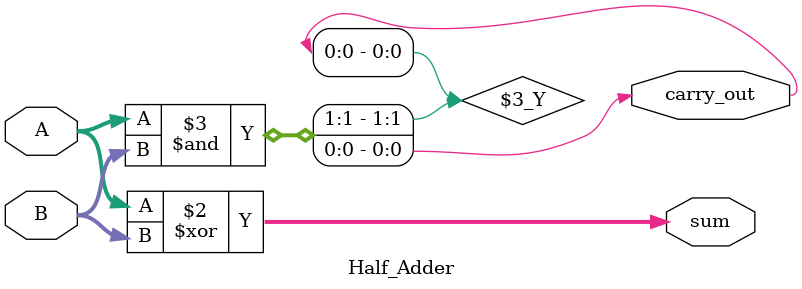
<source format=v>


module Half_Adder
#(
    parameter WORD_WIDTH                = 0
)
(
    input   wire    [WORD_WIDTH-1:0]    A,
    input   wire    [WORD_WIDTH-1:0]    B,
    output  reg     [WORD_WIDTH-1:0]    sum,
    output  reg                         carry_out
);

    always @(*) begin
        sum         <= A ^ B;
        carry_out   <= A & B;   // Per-bit carry-out
    end

endmodule


</source>
